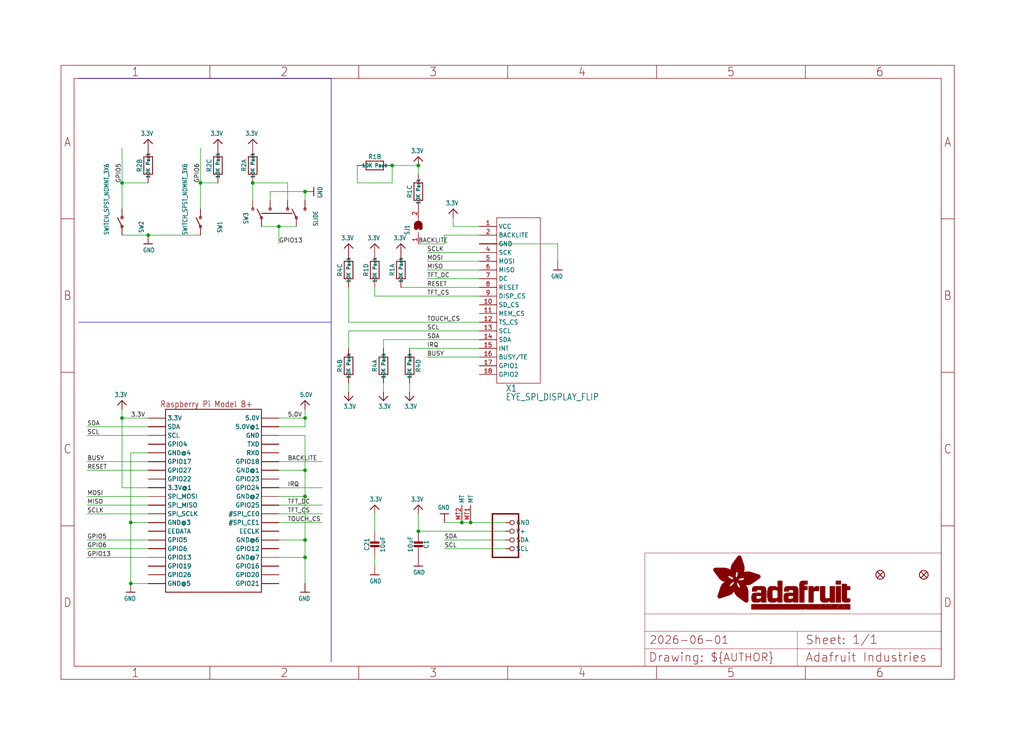
<source format=kicad_sch>
(kicad_sch (version 20230121) (generator eeschema)
  (paper "User" 298.45 217.322)
  (lib_symbols
    (symbol "working-eagle-import:3.3V" (power)
      (property "Value" "3.3V" (at -1.524 1.016 0))
      (symbol "3.3V_1_0"
        (pin power_in line (at 0 -2.54 90) (length 2.54) (name "3.3V") (number "1"))
      )
    )
    (symbol "working-eagle-import:5.0V" (power)
      (property "Value" "5.0V" (at -1.524 1.016 0))
      (symbol "5.0V_1_0"
        (pin power_in line (at 0 -2.54 90) (length 2.54) (name "5.0V") (number "1"))
      )
    )
    (symbol "working-eagle-import:CAP_CERAMIC0805-NOOUTLINE"
      (property "Reference" "C" (at -2.29 1.25 90))
      (symbol "CAP_CERAMIC0805-NOOUTLINE_1_0"
        (pin passive line (at 0 5.08 270) (length 2.54) (name "1") (number "1"))
        (pin passive line (at 0 -2.54 90) (length 2.54) (name "2") (number "2"))
      )
    )
    (symbol "working-eagle-import:EYE_SPI_DISPLAY_FLIP"
      (property "Reference" "X" (at 2.54 -27.94 0))
      (symbol "EYE_SPI_DISPLAY_FLIP_1_0"
        (pin power_in line (at -5.08 20.32 0) (length 5.08) (name "VCC") (number "1"))
        (pin input line (at -5.08 -2.54 0) (length 5.08) (name "SD_CS") (number "10"))
        (pin input line (at -5.08 -5.08 0) (length 5.08) (name "MEM_CS") (number "11"))
        (pin input line (at -5.08 -7.62 0) (length 5.08) (name "TS_CS") (number "12"))
        (pin input line (at -5.08 -10.16 0) (length 5.08) (name "SCL") (number "13"))
        (pin bidirectional line (at -5.08 -12.7 0) (length 5.08) (name "SDA") (number "14"))
        (pin output line (at -5.08 -15.24 0) (length 5.08) (name "INT") (number "15"))
        (pin output line (at -5.08 -17.78 0) (length 5.08) (name "BUSY/TE") (number "16"))
        (pin passive line (at -5.08 -20.32 0) (length 5.08) (name "GPIO1") (number "17"))
        (pin passive line (at -5.08 -22.86 0) (length 5.08) (name "GPIO2") (number "18"))
        (pin input line (at -5.08 17.78 0) (length 5.08) (name "BACKLITE") (number "2"))
        (pin power_in line (at -5.08 15.24 0) (length 5.08) (name "GND") (number "3"))
        (pin input line (at -5.08 12.7 0) (length 5.08) (name "SCK") (number "4"))
        (pin input line (at -5.08 10.16 0) (length 5.08) (name "MOSI") (number "5"))
        (pin output line (at -5.08 7.62 0) (length 5.08) (name "MISO") (number "6"))
        (pin input line (at -5.08 5.08 0) (length 5.08) (name "DC") (number "7"))
        (pin input line (at -5.08 2.54 0) (length 5.08) (name "RESET") (number "8"))
        (pin input line (at -5.08 0 0) (length 5.08) (name "DISP_CS") (number "9"))
        (pin power_in line (at -5.08 15.24 0) (length 5.08) (name "GND") (number "SUPPORT1"))
        (pin power_in line (at -5.08 15.24 0) (length 5.08) (name "GND") (number "SUPPORT2"))
      )
    )
    (symbol "working-eagle-import:FIDUCIAL_1MM")
    (symbol "working-eagle-import:FRAME_A4_ADAFRUIT"
      (symbol "FRAME_A4_ADAFRUIT_1_0"
        (text "${#}/${##}" (at 230.505 10.16 0) (effects (font (size 2.54 2.54)) (justify left bottom)))
        (text "${AUTHOR}" (at 189.23 5.08 0) (effects (font (size 2.286 2.286)) (justify left bottom)))
        (text "${CURRENT_DATE}" (at 171.45 10.16 0) (effects (font (size 2.286 2.286)) (justify left bottom)))
        (text "${PROJECTNAME}" (at 171.45 15.24 0) (effects (font (size 2.54 2.54)) (justify left bottom)))
        (text "1" (at 21.6958 1.905 0) (effects (font (size 2.54 2.286))))
        (text "1" (at 21.6958 177.165 0) (effects (font (size 2.54 2.286))))
        (text "2" (at 65.0875 1.905 0) (effects (font (size 2.54 2.286))))
        (text "2" (at 65.0875 177.165 0) (effects (font (size 2.54 2.286))))
        (text "3" (at 108.4792 1.905 0) (effects (font (size 2.54 2.286))))
        (text "3" (at 108.4792 177.165 0) (effects (font (size 2.54 2.286))))
        (text "4" (at 151.8708 1.905 0) (effects (font (size 2.54 2.286))))
        (text "4" (at 151.8708 177.165 0) (effects (font (size 2.54 2.286))))
        (text "5" (at 195.2625 1.905 0) (effects (font (size 2.54 2.286))))
        (text "5" (at 195.2625 177.165 0) (effects (font (size 2.54 2.286))))
        (text "6" (at 238.6542 1.905 0) (effects (font (size 2.54 2.286))))
        (text "6" (at 238.6542 177.165 0) (effects (font (size 2.54 2.286))))
        (text "A" (at 1.905 156.6863 0) (effects (font (size 2.54 2.286))))
        (text "A" (at 258.445 156.6863 0) (effects (font (size 2.54 2.286))))
        (text "Adafruit Industries" (at 216.916 4.953 0) (effects (font (size 2.54 2.54)) (justify left bottom)))
        (text "B" (at 1.905 111.9188 0) (effects (font (size 2.54 2.286))))
        (text "B" (at 258.445 111.9188 0) (effects (font (size 2.54 2.286))))
        (text "C" (at 1.905 67.1513 0) (effects (font (size 2.54 2.286))))
        (text "C" (at 258.445 67.1513 0) (effects (font (size 2.54 2.286))))
        (text "D" (at 1.905 22.3838 0) (effects (font (size 2.54 2.286))))
        (text "D" (at 258.445 22.3838 0) (effects (font (size 2.54 2.286))))
        (text "Drawing:" (at 171.196 4.953 0) (effects (font (size 2.54 2.54)) (justify left bottom)))
        (text "Sheet:" (at 216.916 10.033 0) (effects (font (size 2.54 2.54)) (justify left bottom)))
      )
    )
    (symbol "working-eagle-import:GND" (power)
      (property "Value" "GND" (at -1.524 -2.54 0))
      (symbol "GND_1_0"
        (pin power_in line (at 0 2.54 270) (length 2.54) (name "GND") (number "1"))
      )
    )
    (symbol "working-eagle-import:RASPBERRYPI_BPLUS_2X20_THMSMT"
      (symbol "RASPBERRYPI_BPLUS_2X20_THMSMT_1_0"
        (text "Raspberry Pi Model B+" (at 12.7 25.4 0) (effects (font (size 1.778 1.5113)) (justify right top)))
        (pin power_in line (at -17.78 20.32 0) (length 5.08) (name "3.3V") (number "1"))
        (pin bidirectional line (at 20.32 10.16 180) (length 5.08) (name "RXD") (number "10"))
        (pin bidirectional line (at -17.78 7.62 0) (length 5.08) (name "GPIO17") (number "11"))
        (pin bidirectional line (at 20.32 7.62 180) (length 5.08) (name "GPIO18") (number "12"))
        (pin bidirectional line (at -17.78 5.08 0) (length 5.08) (name "GPIO27") (number "13"))
        (pin power_in line (at 20.32 5.08 180) (length 5.08) (name "GND@1") (number "14"))
        (pin bidirectional line (at -17.78 2.54 0) (length 5.08) (name "GPIO22") (number "15"))
        (pin bidirectional line (at 20.32 2.54 180) (length 5.08) (name "GPIO23") (number "16"))
        (pin power_in line (at -17.78 0 0) (length 5.08) (name "3.3V@1") (number "17"))
        (pin bidirectional line (at 20.32 0 180) (length 5.08) (name "GPIO24") (number "18"))
        (pin bidirectional line (at -17.78 -2.54 0) (length 5.08) (name "SPI_MOSI") (number "19"))
        (pin power_in line (at 20.32 20.32 180) (length 5.08) (name "5.0V") (number "2"))
        (pin power_in line (at 20.32 -2.54 180) (length 5.08) (name "GND@2") (number "20"))
        (pin bidirectional line (at -17.78 -5.08 0) (length 5.08) (name "SPI_MISO") (number "21"))
        (pin bidirectional line (at 20.32 -5.08 180) (length 5.08) (name "GPIO25") (number "22"))
        (pin bidirectional line (at -17.78 -7.62 0) (length 5.08) (name "SPI_SCLK") (number "23"))
        (pin bidirectional line (at 20.32 -7.62 180) (length 5.08) (name "#SPI_CE0") (number "24"))
        (pin power_in line (at -17.78 -10.16 0) (length 5.08) (name "GND@3") (number "25"))
        (pin bidirectional line (at 20.32 -10.16 180) (length 5.08) (name "#SPI_CE1") (number "26"))
        (pin bidirectional line (at -17.78 -12.7 0) (length 5.08) (name "EEDATA") (number "27"))
        (pin bidirectional line (at 20.32 -12.7 180) (length 5.08) (name "EECLK") (number "28"))
        (pin bidirectional line (at -17.78 -15.24 0) (length 5.08) (name "GPIO5") (number "29"))
        (pin bidirectional line (at -17.78 17.78 0) (length 5.08) (name "SDA") (number "3"))
        (pin power_in line (at 20.32 -15.24 180) (length 5.08) (name "GND@6") (number "30"))
        (pin bidirectional line (at -17.78 -17.78 0) (length 5.08) (name "GPIO6") (number "31"))
        (pin bidirectional line (at 20.32 -17.78 180) (length 5.08) (name "GPIO12") (number "32"))
        (pin bidirectional line (at -17.78 -20.32 0) (length 5.08) (name "GPIO13") (number "33"))
        (pin power_in line (at 20.32 -20.32 180) (length 5.08) (name "GND@7") (number "34"))
        (pin bidirectional line (at -17.78 -22.86 0) (length 5.08) (name "GPIO19") (number "35"))
        (pin bidirectional line (at 20.32 -22.86 180) (length 5.08) (name "GPIO16") (number "36"))
        (pin bidirectional line (at -17.78 -25.4 0) (length 5.08) (name "GPIO26") (number "37"))
        (pin bidirectional line (at 20.32 -25.4 180) (length 5.08) (name "GPIO20") (number "38"))
        (pin power_in line (at -17.78 -27.94 0) (length 5.08) (name "GND@5") (number "39"))
        (pin power_in line (at 20.32 17.78 180) (length 5.08) (name "5.0V@1") (number "4"))
        (pin bidirectional line (at 20.32 -27.94 180) (length 5.08) (name "GPIO21") (number "40"))
        (pin bidirectional line (at -17.78 15.24 0) (length 5.08) (name "SCL") (number "5"))
        (pin power_in line (at 20.32 15.24 180) (length 5.08) (name "GND") (number "6"))
        (pin bidirectional line (at -17.78 12.7 0) (length 5.08) (name "GPIO4") (number "7"))
        (pin bidirectional line (at 20.32 12.7 180) (length 5.08) (name "TXD") (number "8"))
        (pin power_in line (at -17.78 10.16 0) (length 5.08) (name "GND@4") (number "9"))
        (pin power_in line (at -17.78 20.32 0) (length 5.08) (name "3.3V") (number "S1"))
        (pin bidirectional line (at 20.32 10.16 180) (length 5.08) (name "RXD") (number "S10"))
        (pin bidirectional line (at -17.78 7.62 0) (length 5.08) (name "GPIO17") (number "S11"))
        (pin bidirectional line (at 20.32 7.62 180) (length 5.08) (name "GPIO18") (number "S12"))
        (pin bidirectional line (at -17.78 5.08 0) (length 5.08) (name "GPIO27") (number "S13"))
        (pin power_in line (at 20.32 5.08 180) (length 5.08) (name "GND@1") (number "S14"))
        (pin bidirectional line (at -17.78 2.54 0) (length 5.08) (name "GPIO22") (number "S15"))
        (pin bidirectional line (at 20.32 2.54 180) (length 5.08) (name "GPIO23") (number "S16"))
        (pin power_in line (at -17.78 0 0) (length 5.08) (name "3.3V@1") (number "S17"))
        (pin bidirectional line (at 20.32 0 180) (length 5.08) (name "GPIO24") (number "S18"))
        (pin bidirectional line (at -17.78 -2.54 0) (length 5.08) (name "SPI_MOSI") (number "S19"))
        (pin power_in line (at 20.32 20.32 180) (length 5.08) (name "5.0V") (number "S2"))
        (pin power_in line (at 20.32 -2.54 180) (length 5.08) (name "GND@2") (number "S20"))
        (pin bidirectional line (at -17.78 -5.08 0) (length 5.08) (name "SPI_MISO") (number "S21"))
        (pin bidirectional line (at 20.32 -5.08 180) (length 5.08) (name "GPIO25") (number "S22"))
        (pin bidirectional line (at -17.78 -7.62 0) (length 5.08) (name "SPI_SCLK") (number "S23"))
        (pin bidirectional line (at 20.32 -7.62 180) (length 5.08) (name "#SPI_CE0") (number "S24"))
        (pin power_in line (at -17.78 -10.16 0) (length 5.08) (name "GND@3") (number "S25"))
        (pin bidirectional line (at 20.32 -10.16 180) (length 5.08) (name "#SPI_CE1") (number "S26"))
        (pin bidirectional line (at -17.78 -12.7 0) (length 5.08) (name "EEDATA") (number "S27"))
        (pin bidirectional line (at 20.32 -12.7 180) (length 5.08) (name "EECLK") (number "S28"))
        (pin bidirectional line (at -17.78 -15.24 0) (length 5.08) (name "GPIO5") (number "S29"))
        (pin bidirectional line (at -17.78 17.78 0) (length 5.08) (name "SDA") (number "S3"))
        (pin power_in line (at 20.32 -15.24 180) (length 5.08) (name "GND@6") (number "S30"))
        (pin bidirectional line (at -17.78 -17.78 0) (length 5.08) (name "GPIO6") (number "S31"))
        (pin bidirectional line (at 20.32 -17.78 180) (length 5.08) (name "GPIO12") (number "S32"))
        (pin bidirectional line (at -17.78 -20.32 0) (length 5.08) (name "GPIO13") (number "S33"))
        (pin power_in line (at 20.32 -20.32 180) (length 5.08) (name "GND@7") (number "S34"))
        (pin bidirectional line (at -17.78 -22.86 0) (length 5.08) (name "GPIO19") (number "S35"))
        (pin bidirectional line (at 20.32 -22.86 180) (length 5.08) (name "GPIO16") (number "S36"))
        (pin bidirectional line (at -17.78 -25.4 0) (length 5.08) (name "GPIO26") (number "S37"))
        (pin bidirectional line (at 20.32 -25.4 180) (length 5.08) (name "GPIO20") (number "S38"))
        (pin power_in line (at -17.78 -27.94 0) (length 5.08) (name "GND@5") (number "S39"))
        (pin power_in line (at 20.32 17.78 180) (length 5.08) (name "5.0V@1") (number "S4"))
        (pin bidirectional line (at 20.32 -27.94 180) (length 5.08) (name "GPIO21") (number "S40"))
        (pin bidirectional line (at -17.78 15.24 0) (length 5.08) (name "SCL") (number "S5"))
        (pin power_in line (at 20.32 15.24 180) (length 5.08) (name "GND") (number "S6"))
        (pin bidirectional line (at -17.78 12.7 0) (length 5.08) (name "GPIO4") (number "S7"))
        (pin bidirectional line (at 20.32 12.7 180) (length 5.08) (name "TXD") (number "S8"))
        (pin power_in line (at -17.78 10.16 0) (length 5.08) (name "GND@4") (number "S9"))
      )
    )
    (symbol "working-eagle-import:RESISTOR_4PACK"
      (property "Reference" "R" (at 0 2.54 0))
      (symbol "RESISTOR_4PACK_1_0"
        (pin passive line (at -5.08 0 0) (length 2.54) (name "1") (number "1"))
        (pin passive line (at 5.08 0 180) (length 2.54) (name "2") (number "8"))
      )
      (symbol "RESISTOR_4PACK_2_0"
        (pin passive line (at -5.08 0 0) (length 2.54) (name "1") (number "2"))
        (pin passive line (at 5.08 0 180) (length 2.54) (name "2") (number "7"))
      )
      (symbol "RESISTOR_4PACK_3_0"
        (pin passive line (at -5.08 0 0) (length 2.54) (name "1") (number "3"))
        (pin passive line (at 5.08 0 180) (length 2.54) (name "2") (number "6"))
      )
      (symbol "RESISTOR_4PACK_4_0"
        (pin passive line (at -5.08 0 0) (length 2.54) (name "1") (number "4"))
        (pin passive line (at 5.08 0 180) (length 2.54) (name "2") (number "5"))
      )
    )
    (symbol "working-eagle-import:SOLDERJUMPERCLOSED"
      (property "Reference" "SJ" (at -2.54 2.54 0))
      (symbol "SOLDERJUMPERCLOSED_1_0"
        (pin passive line (at -5.08 0 0) (length 2.54) (name "1") (number "1"))
        (pin passive line (at 5.08 0 180) (length 2.54) (name "2") (number "2"))
      )
    )
    (symbol "working-eagle-import:STEMMA_I2C_QT"
      (symbol "STEMMA_I2C_QT_1_0"
        (pin passive inverted (at 0 5.08 0) (length 2.54) (name "GND") (number "1"))
        (pin passive inverted (at 0 2.54 0) (length 2.54) (name "V+") (number "2"))
        (pin passive inverted (at 0 0 0) (length 2.54) (name "SDA") (number "3"))
        (pin passive inverted (at 0 -2.54 0) (length 2.54) (name "SCL") (number "4"))
      )
      (symbol "STEMMA_I2C_QT_2_0"
        (pin bidirectional line (at 0 0 0) (length 5.08) (name "MT") (number "MT1"))
      )
      (symbol "STEMMA_I2C_QT_3_0"
        (pin bidirectional line (at 0 0 0) (length 5.08) (name "MT") (number "MT2"))
      )
    )
    (symbol "working-eagle-import:SWITCH_DPDTEG1390"
      (property "Reference" "SW" (at -4.445 8.89 0))
      (symbol "SWITCH_DPDTEG1390_1_0"
        (pin passive line (at 2.54 7.62 180) (length 2.54) (name "O1") (number "O1"))
        (pin passive line (at 2.54 -2.54 180) (length 2.54) (name "O2") (number "O2"))
        (pin passive line (at -5.08 5.08 0) (length 2.54) (name "P1") (number "P1"))
        (pin passive line (at -5.08 -5.08 0) (length 2.54) (name "P2") (number "P2"))
        (pin passive line (at 2.54 2.54 180) (length 2.54) (name "S1") (number "S1"))
        (pin passive line (at 2.54 -7.62 180) (length 2.54) (name "S2") (number "S2"))
      )
    )
    (symbol "working-eagle-import:SWITCH_SPST_NOMNT_3X6"
      (property "Reference" "SW" (at -4.445 -6.35 0))
      (symbol "SWITCH_SPST_NOMNT_3X6_1_0"
        (pin passive line (at -5.08 0 0) (length 2.54) (name "P") (number "P$1"))
        (pin passive line (at 2.54 0 180) (length 2.54) (name "S") (number "P$2"))
      )
    )
  )
  (junction (at 73.66 53.34))
  (junction (at 88.9 55.88))
  (junction (at 88.9 144.78))
  (junction (at 121.92 48.26))
  (junction (at 121.92 154.94))
  (junction (at 38.1 170.18))
  (junction (at 88.9 157.48))
  (junction (at 43.18 68.58))
  (junction (at 88.9 121.92))
  (junction (at 35.56 53.34))
  (junction (at 114.3 48.26))
  (junction (at 81.28 66.04))
  (junction (at 134.62 152.4))
  (junction (at 88.9 162.56))
  (junction (at 58.42 53.34))
  (junction (at 38.1 152.4))
  (junction (at 88.9 137.16))
  (junction (at 35.56 121.92))
  (junction (at 137.16 152.4))
  (polyline (pts (xy 96.52 22.86) (xy 96.52 93.98)) (stroke (width 0.1524) (type solid)))
  (wire (pts (xy 43.18 121.92) (xy 35.56 121.92)) (stroke (width 0.1524)))
  (wire (pts (xy 132.08 66.04) (xy 132.08 63.5)) (stroke (width 0.1524)))
  (wire (pts (xy 35.56 60.96) (xy 35.56 53.34)) (stroke (width 0.1524)))
  (wire (pts (xy 139.7 104.14) (xy 124.46 104.14)) (stroke (width 0.1524)))
  (wire (pts (xy 43.18 68.58) (xy 58.42 68.58)) (stroke (width 0.1524)))
  (wire (pts (xy 119.38 114.3) (xy 119.38 111.76)) (stroke (width 0.1524)))
  (wire (pts (xy 101.6 96.52) (xy 101.6 101.6)) (stroke (width 0.1524)))
  (wire (pts (xy 81.28 157.48) (xy 88.9 157.48)) (stroke (width 0.1524)))
  (wire (pts (xy 114.3 48.26) (xy 121.92 48.26)) (stroke (width 0.1524)))
  (wire (pts (xy 81.28 66.04) (xy 81.28 71.12)) (stroke (width 0.1524)))
  (wire (pts (xy 83.82 53.34) (xy 83.82 58.42)) (stroke (width 0.1524)))
  (wire (pts (xy 139.7 93.98) (xy 101.6 93.98)) (stroke (width 0.1524)))
  (wire (pts (xy 73.66 58.42) (xy 73.66 53.34)) (stroke (width 0.1524)))
  (wire (pts (xy 58.42 53.34) (xy 58.42 60.96)) (stroke (width 0.1524)))
  (wire (pts (xy 88.9 157.48) (xy 88.9 162.56)) (stroke (width 0.1524)))
  (wire (pts (xy 139.7 71.12) (xy 162.56 71.12)) (stroke (width 0.1524)))
  (wire (pts (xy 35.56 53.34) (xy 43.18 53.34)) (stroke (width 0.1524)))
  (wire (pts (xy 35.56 121.92) (xy 35.56 119.38)) (stroke (width 0.1524)))
  (wire (pts (xy 88.9 144.78) (xy 88.9 157.48)) (stroke (width 0.1524)))
  (polyline (pts (xy 22.86 93.98) (xy 96.52 93.98)) (stroke (width 0.1524) (type solid)))
  (wire (pts (xy 139.7 68.58) (xy 129.54 68.58)) (stroke (width 0.1524)))
  (wire (pts (xy 38.1 170.18) (xy 38.1 152.4)) (stroke (width 0.1524)))
  (wire (pts (xy 43.18 124.46) (xy 25.4 124.46)) (stroke (width 0.1524)))
  (wire (pts (xy 124.46 76.2) (xy 139.7 76.2)) (stroke (width 0.1524)))
  (wire (pts (xy 81.28 162.56) (xy 88.9 162.56)) (stroke (width 0.1524)))
  (wire (pts (xy 43.18 134.62) (xy 25.4 134.62)) (stroke (width 0.1524)))
  (wire (pts (xy 139.7 66.04) (xy 132.08 66.04)) (stroke (width 0.1524)))
  (wire (pts (xy 139.7 96.52) (xy 101.6 96.52)) (stroke (width 0.1524)))
  (wire (pts (xy 38.1 152.4) (xy 43.18 152.4)) (stroke (width 0.1524)))
  (wire (pts (xy 111.76 114.3) (xy 111.76 111.76)) (stroke (width 0.1524)))
  (wire (pts (xy 139.7 101.6) (xy 119.38 101.6)) (stroke (width 0.1524)))
  (wire (pts (xy 81.28 149.86) (xy 93.98 149.86)) (stroke (width 0.1524)))
  (wire (pts (xy 88.9 162.56) (xy 88.9 170.18)) (stroke (width 0.1524)))
  (wire (pts (xy 104.14 48.26) (xy 104.14 53.34)) (stroke (width 0.1524)))
  (wire (pts (xy 121.92 154.94) (xy 121.92 149.86)) (stroke (width 0.1524)))
  (wire (pts (xy 162.56 71.12) (xy 162.56 76.2)) (stroke (width 0.1524)))
  (wire (pts (xy 81.28 137.16) (xy 88.9 137.16)) (stroke (width 0.1524)))
  (wire (pts (xy 129.54 68.58) (xy 129.54 71.12)) (stroke (width 0.1524)))
  (wire (pts (xy 73.66 53.34) (xy 83.82 53.34)) (stroke (width 0.1524)))
  (wire (pts (xy 137.16 152.4) (xy 134.62 152.4)) (stroke (width 0.1524)))
  (wire (pts (xy 43.18 142.24) (xy 35.56 142.24)) (stroke (width 0.1524)))
  (wire (pts (xy 81.28 121.92) (xy 88.9 121.92)) (stroke (width 0.1524)))
  (wire (pts (xy 43.18 157.48) (xy 25.4 157.48)) (stroke (width 0.1524)))
  (wire (pts (xy 139.7 83.82) (xy 116.84 83.82)) (stroke (width 0.1524)))
  (wire (pts (xy 147.32 154.94) (xy 121.92 154.94)) (stroke (width 0.1524)))
  (wire (pts (xy 121.92 48.26) (xy 121.92 50.8)) (stroke (width 0.1524)))
  (wire (pts (xy 88.9 55.88) (xy 88.9 58.42)) (stroke (width 0.1524)))
  (wire (pts (xy 81.28 124.46) (xy 88.9 124.46)) (stroke (width 0.1524)))
  (wire (pts (xy 147.32 160.02) (xy 129.54 160.02)) (stroke (width 0.1524)))
  (wire (pts (xy 111.76 99.06) (xy 111.76 101.6)) (stroke (width 0.1524)))
  (wire (pts (xy 111.76 99.06) (xy 139.7 99.06)) (stroke (width 0.1524)))
  (wire (pts (xy 81.28 127) (xy 88.9 127)) (stroke (width 0.1524)))
  (wire (pts (xy 147.32 152.4) (xy 137.16 152.4)) (stroke (width 0.1524)))
  (wire (pts (xy 88.9 121.92) (xy 88.9 124.46)) (stroke (width 0.1524)))
  (wire (pts (xy 35.56 53.34) (xy 35.56 43.18)) (stroke (width 0.1524)))
  (polyline (pts (xy 22.86 22.86) (xy 96.52 22.86)) (stroke (width 0.1524) (type solid)))
  (wire (pts (xy 101.6 114.3) (xy 101.6 111.76)) (stroke (width 0.1524)))
  (wire (pts (xy 93.98 152.4) (xy 81.28 152.4)) (stroke (width 0.1524)))
  (wire (pts (xy 58.42 43.18) (xy 58.42 53.34)) (stroke (width 0.1524)))
  (wire (pts (xy 147.32 157.48) (xy 129.54 157.48)) (stroke (width 0.1524)))
  (wire (pts (xy 25.4 137.16) (xy 43.18 137.16)) (stroke (width 0.1524)))
  (wire (pts (xy 43.18 149.86) (xy 25.4 149.86)) (stroke (width 0.1524)))
  (wire (pts (xy 139.7 86.36) (xy 109.22 86.36)) (stroke (width 0.1524)))
  (wire (pts (xy 104.14 53.34) (xy 114.3 53.34)) (stroke (width 0.1524)))
  (wire (pts (xy 88.9 119.38) (xy 88.9 121.92)) (stroke (width 0.1524)))
  (wire (pts (xy 81.28 142.24) (xy 93.98 142.24)) (stroke (width 0.1524)))
  (wire (pts (xy 35.56 68.58) (xy 43.18 68.58)) (stroke (width 0.1524)))
  (wire (pts (xy 81.28 147.32) (xy 93.98 147.32)) (stroke (width 0.1524)))
  (wire (pts (xy 109.22 162.56) (xy 109.22 165.1)) (stroke (width 0.1524)))
  (wire (pts (xy 43.18 132.08) (xy 38.1 132.08)) (stroke (width 0.1524)))
  (wire (pts (xy 114.3 53.34) (xy 114.3 48.26)) (stroke (width 0.1524)))
  (wire (pts (xy 58.42 53.34) (xy 63.5 53.34)) (stroke (width 0.1524)))
  (wire (pts (xy 109.22 86.36) (xy 109.22 83.82)) (stroke (width 0.1524)))
  (wire (pts (xy 139.7 73.66) (xy 124.46 73.66)) (stroke (width 0.1524)))
  (wire (pts (xy 81.28 144.78) (xy 88.9 144.78)) (stroke (width 0.1524)))
  (wire (pts (xy 109.22 149.86) (xy 109.22 154.94)) (stroke (width 0.1524)))
  (wire (pts (xy 124.46 81.28) (xy 139.7 81.28)) (stroke (width 0.1524)))
  (wire (pts (xy 43.18 162.56) (xy 25.4 162.56)) (stroke (width 0.1524)))
  (wire (pts (xy 78.74 55.88) (xy 88.9 55.88)) (stroke (width 0.1524)))
  (wire (pts (xy 35.56 142.24) (xy 35.56 121.92)) (stroke (width 0.1524)))
  (wire (pts (xy 43.18 170.18) (xy 38.1 170.18)) (stroke (width 0.1524)))
  (wire (pts (xy 81.28 66.04) (xy 86.36 66.04)) (stroke (width 0.1524)))
  (wire (pts (xy 81.28 134.62) (xy 93.98 134.62)) (stroke (width 0.1524)))
  (wire (pts (xy 139.7 78.74) (xy 124.46 78.74)) (stroke (width 0.1524)))
  (wire (pts (xy 43.18 144.78) (xy 25.4 144.78)) (stroke (width 0.1524)))
  (polyline (pts (xy 96.52 93.98) (xy 96.52 193.04)) (stroke (width 0.1524) (type solid)))
  (wire (pts (xy 88.9 127) (xy 88.9 137.16)) (stroke (width 0.1524)))
  (wire (pts (xy 38.1 132.08) (xy 38.1 152.4)) (stroke (width 0.1524)))
  (wire (pts (xy 78.74 58.42) (xy 78.74 55.88)) (stroke (width 0.1524)))
  (wire (pts (xy 134.62 152.4) (xy 129.54 152.4)) (stroke (width 0.1524)))
  (wire (pts (xy 25.4 127) (xy 43.18 127)) (stroke (width 0.1524)))
  (wire (pts (xy 88.9 137.16) (xy 88.9 144.78)) (stroke (width 0.1524)))
  (wire (pts (xy 129.54 71.12) (xy 121.92 71.12)) (stroke (width 0.1524)))
  (wire (pts (xy 101.6 93.98) (xy 101.6 83.82)) (stroke (width 0.1524)))
  (wire (pts (xy 25.4 147.32) (xy 43.18 147.32)) (stroke (width 0.1524)))
  (wire (pts (xy 76.2 66.04) (xy 81.28 66.04)) (stroke (width 0.1524)))
  (wire (pts (xy 25.4 160.02) (xy 43.18 160.02)) (stroke (width 0.1524)))
  (label "SDA" (at 25.4 124.46 0) (effects (font (size 1.2446 1.2446))))
  (label "MISO" (at 25.4 147.32 0) (effects (font (size 1.2446 1.2446))))
  (label "SCL" (at 25.4 127 0) (effects (font (size 1.2446 1.2446))))
  (label "GPIO13" (at 81.28 71.12 0) (effects (font (size 1.2446 1.2446))))
  (label "SDA" (at 129.54 157.48 0) (effects (font (size 1.2446 1.2446))))
  (label "IRQ" (at 83.82 142.24 0) (effects (font (size 1.2446 1.2446))))
  (label "GPIO6" (at 58.42 53.34 90) (effects (font (size 1.2446 1.2446))))
  (label "SCLK" (at 124.46 73.66 0) (effects (font (size 1.2446 1.2446))))
  (label "SDA" (at 124.46 99.06 0) (effects (font (size 1.2446 1.2446))))
  (label "GPIO6" (at 25.4 160.02 0) (effects (font (size 1.2446 1.2446))))
  (label "SCL" (at 129.54 160.02 0) (effects (font (size 1.2446 1.2446))))
  (label "GPIO13" (at 25.4 162.56 0) (effects (font (size 1.2446 1.2446))))
  (label "TOUCH_CS" (at 124.46 93.98 0) (effects (font (size 1.2446 1.2446))))
  (label "TFT_DC" (at 83.82 147.32 0) (effects (font (size 1.2446 1.2446))))
  (label "BUSY" (at 25.4 134.62 0) (effects (font (size 1.2446 1.2446))))
  (label "IRQ" (at 124.46 101.6 0) (effects (font (size 1.2446 1.2446))))
  (label "SCLK" (at 25.4 149.86 0) (effects (font (size 1.2446 1.2446))))
  (label "BUSY" (at 124.46 104.14 0) (effects (font (size 1.2446 1.2446))))
  (label "BACKLITE" (at 83.82 134.62 0) (effects (font (size 1.2446 1.2446))))
  (label "RESET" (at 25.4 137.16 0) (effects (font (size 1.2446 1.2446))))
  (label "TOUCH_CS" (at 83.82 152.4 0) (effects (font (size 1.2446 1.2446))))
  (label "TFT_CS" (at 124.46 86.36 0) (effects (font (size 1.2446 1.2446))))
  (label "5.0V" (at 83.82 121.92 0) (effects (font (size 1.2446 1.2446))))
  (label "BACKLITE" (at 121.92 71.12 0) (effects (font (size 1.2446 1.2446))))
  (label "TFT_CS" (at 83.82 149.86 0) (effects (font (size 1.2446 1.2446))))
  (label "SCL" (at 124.46 96.52 0) (effects (font (size 1.2446 1.2446))))
  (label "MISO" (at 124.46 78.74 0) (effects (font (size 1.2446 1.2446))))
  (label "3.3V" (at 38.1 121.92 0) (effects (font (size 1.2446 1.2446))))
  (label "MOSI" (at 25.4 144.78 0) (effects (font (size 1.2446 1.2446))))
  (label "MOSI" (at 124.46 76.2 0) (effects (font (size 1.2446 1.2446))))
  (label "TFT_DC" (at 124.46 81.28 0) (effects (font (size 1.2446 1.2446))))
  (label "GPIO5" (at 35.56 53.34 90) (effects (font (size 1.2446 1.2446))))
  (label "GPIO5" (at 25.4 157.48 0) (effects (font (size 1.2446 1.2446))))
  (label "RESET" (at 124.46 83.82 0) (effects (font (size 1.2446 1.2446))))
  (symbol (lib_id "working-eagle-import:EYE_SPI_DISPLAY_FLIP") (at 144.78 86.36 0) (unit 1)
    (property "Reference" "X1" (at 147.32 114.3 0) (effects (font (size 1.9304 1.6408)) (justify left bottom)))
    (property "Value" "EYE_SPI_DISPLAY_FLIP" (at 147.32 116.84 0) (effects (font (size 1.9304 1.6408)) (justify left bottom)))
    (property "Footprint" "working:EYE_SPI_DISPLAY_BOTCONTACT" (effects hide))
  )
  (symbol (lib_id "working-eagle-import:3.3V") (at 121.92 147.32 0) (mirror y) (unit 1)
    (property "Reference" "#U$26" (effects hide))
    (property "Value" "3.3V" (at 123.444 146.304 0) (effects (font (size 1.27 1.0795)) (justify left bottom)))
  )
  (symbol (lib_id "working-eagle-import:FRAME_A4_ADAFRUIT") (at 17.78 198.12 0) (unit 1)
    (property "Reference" "#U$11" (effects hide))
    (property "Value" "FRAME_A4_ADAFRUIT" (effects hide))
  )
  (symbol (lib_id "working-eagle-import:GND") (at 88.9 172.72 0) (mirror y) (unit 1)
    (property "Reference" "#U$3" (effects hide))
    (property "Value" "GND" (at 90.424 175.26 0) (effects (font (size 1.27 1.0795)) (justify left bottom)))
  )
  (symbol (lib_id "working-eagle-import:3.3V") (at 116.84 71.12 0) (mirror y) (unit 1)
    (property "Reference" "#U$2" (effects hide))
    (property "Value" "3.3V" (at 118.364 70.104 0) (effects (font (size 1.27 1.0795)) (justify left bottom)))
  )
  (symbol (lib_id "working-eagle-import:GND") (at 38.1 172.72 0) (mirror y) (unit 1)
    (property "Reference" "#U$5" (effects hide))
    (property "Value" "GND" (at 39.624 175.26 0) (effects (font (size 1.27 1.0795)) (justify left bottom)))
  )
  (symbol (lib_id "working-eagle-import:SWITCH_SPST_NOMNT_3X6") (at 35.56 63.5 90) (unit 1)
    (property "Reference" "SW2" (at 41.91 67.945 0) (effects (font (size 1.27 1.0795)) (justify left bottom)))
    (property "Value" "SWITCH_SPST_NOMNT_3X6" (at 31.75 68.58 0) (effects (font (size 1.27 1.0795)) (justify left bottom)))
    (property "Footprint" "working:TACTILE_3X6MM" (effects hide))
  )
  (symbol (lib_id "working-eagle-import:3.3V") (at 109.22 147.32 0) (unit 1)
    (property "Reference" "#U$20" (effects hide))
    (property "Value" "3.3V" (at 107.696 146.304 0) (effects (font (size 1.27 1.0795)) (justify left bottom)))
  )
  (symbol (lib_id "working-eagle-import:CAP_CERAMIC0805-NOOUTLINE") (at 121.92 157.48 180) (unit 1)
    (property "Reference" "C1" (at 124.21 158.73 90))
    (property "Value" "10uF" (at 119.62 158.73 90))
    (property "Footprint" "working:0805-NO" (effects hide))
  )
  (symbol (lib_id "working-eagle-import:RESISTOR_4PACK") (at 109.22 48.26 0) (unit 2)
    (property "Reference" "R1" (at 109.22 45.72 0))
    (property "Value" "10K Pack" (at 109.22 48.26 0) (effects (font (size 1.016 1.016) bold)))
    (property "Footprint" "working:RESPACK_4X0603" (effects hide))
  )
  (symbol (lib_id "working-eagle-import:3.3V") (at 132.08 60.96 0) (mirror y) (unit 1)
    (property "Reference" "#U$12" (effects hide))
    (property "Value" "3.3V" (at 133.604 59.944 0) (effects (font (size 1.27 1.0795)) (justify left bottom)))
  )
  (symbol (lib_id "working-eagle-import:SWITCH_DPDTEG1390") (at 81.28 60.96 90) (unit 1)
    (property "Reference" "SW3" (at 72.39 65.405 0) (effects (font (size 1.27 1.0795)) (justify left bottom)))
    (property "Value" "SLIDE" (at 92.71 66.04 0) (effects (font (size 1.27 1.0795)) (justify left bottom)))
    (property "Footprint" "working:EG1390" (effects hide))
  )
  (symbol (lib_id "working-eagle-import:3.3V") (at 101.6 116.84 0) (mirror x) (unit 1)
    (property "Reference" "#U$14" (effects hide))
    (property "Value" "3.3V" (at 100.076 117.856 0) (effects (font (size 1.27 1.0795)) (justify left bottom)))
  )
  (symbol (lib_id "working-eagle-import:RESISTOR_4PACK") (at 121.92 55.88 90) (unit 3)
    (property "Reference" "R1" (at 119.38 55.88 0))
    (property "Value" "10K Pack" (at 121.92 55.88 0) (effects (font (size 1.016 1.016) bold)))
    (property "Footprint" "working:RESPACK_4X0603" (effects hide))
  )
  (symbol (lib_id "working-eagle-import:RESISTOR_4PACK") (at 101.6 106.68 90) (unit 2)
    (property "Reference" "R4" (at 99.06 106.68 0))
    (property "Value" "10K Pack" (at 101.6 106.68 0) (effects (font (size 1.016 1.016) bold)))
    (property "Footprint" "working:RESPACK_4X0603" (effects hide))
  )
  (symbol (lib_id "working-eagle-import:3.3V") (at 35.56 116.84 0) (mirror y) (unit 1)
    (property "Reference" "#U$1" (effects hide))
    (property "Value" "3.3V" (at 37.084 115.824 0) (effects (font (size 1.27 1.0795)) (justify left bottom)))
  )
  (symbol (lib_id "working-eagle-import:RASPBERRYPI_BPLUS_2X20_THMSMT") (at 60.96 142.24 0) (unit 1)
    (property "Reference" "RPI2" (effects hide))
    (property "Value" "RASPBERRYPI_BPLUS_2X20_THMSMT" (effects hide))
    (property "Footprint" "working:RASPI_2X20_THMSMT" (effects hide))
  )
  (symbol (lib_id "working-eagle-import:GND") (at 109.22 167.64 0) (unit 1)
    (property "Reference" "#U$23" (effects hide))
    (property "Value" "GND" (at 107.696 170.18 0) (effects (font (size 1.27 1.0795)) (justify left bottom)))
  )
  (symbol (lib_id "working-eagle-import:RESISTOR_4PACK") (at 109.22 78.74 90) (unit 4)
    (property "Reference" "R1" (at 106.68 78.74 0))
    (property "Value" "10K Pack" (at 109.22 78.74 0) (effects (font (size 1.016 1.016) bold)))
    (property "Footprint" "working:RESPACK_4X0603" (effects hide))
  )
  (symbol (lib_id "working-eagle-import:5.0V") (at 88.9 116.84 0) (unit 1)
    (property "Reference" "#U$6" (effects hide))
    (property "Value" "5.0V" (at 87.376 115.824 0) (effects (font (size 1.27 1.0795)) (justify left bottom)))
  )
  (symbol (lib_id "working-eagle-import:3.3V") (at 101.6 71.12 0) (mirror y) (unit 1)
    (property "Reference" "#U$7" (effects hide))
    (property "Value" "3.3V" (at 103.124 70.104 0) (effects (font (size 1.27 1.0795)) (justify left bottom)))
  )
  (symbol (lib_id "working-eagle-import:RESISTOR_4PACK") (at 63.5 48.26 90) (unit 3)
    (property "Reference" "R2" (at 60.96 48.26 0))
    (property "Value" "10K Pack" (at 63.5 48.26 0) (effects (font (size 1.016 1.016) bold)))
    (property "Footprint" "working:RESPACK_4X0603" (effects hide))
  )
  (symbol (lib_id "working-eagle-import:3.3V") (at 119.38 116.84 0) (mirror x) (unit 1)
    (property "Reference" "#U$10" (effects hide))
    (property "Value" "3.3V" (at 117.856 117.856 0) (effects (font (size 1.27 1.0795)) (justify left bottom)))
  )
  (symbol (lib_id "working-eagle-import:GND") (at 162.56 78.74 0) (mirror y) (unit 1)
    (property "Reference" "#U$17" (effects hide))
    (property "Value" "GND" (at 164.084 81.28 0) (effects (font (size 1.27 1.0795)) (justify left bottom)))
  )
  (symbol (lib_id "working-eagle-import:RESISTOR_4PACK") (at 119.38 106.68 270) (unit 4)
    (property "Reference" "R4" (at 121.92 106.68 0))
    (property "Value" "10K Pack" (at 119.38 106.68 0) (effects (font (size 1.016 1.016) bold)))
    (property "Footprint" "working:RESPACK_4X0603" (effects hide))
  )
  (symbol (lib_id "working-eagle-import:SOLDERJUMPERCLOSED") (at 121.92 66.04 90) (unit 1)
    (property "Reference" "SJ1" (at 119.38 68.58 0) (effects (font (size 1.27 1.0795)) (justify left bottom)))
    (property "Value" "SOLDERJUMPERCLOSED" (effects hide))
    (property "Footprint" "working:SOLDERJUMPER_CLOSEDWIRE" (effects hide))
  )
  (symbol (lib_id "working-eagle-import:RESISTOR_4PACK") (at 111.76 106.68 90) (unit 1)
    (property "Reference" "R4" (at 109.22 106.68 0))
    (property "Value" "10K Pack" (at 111.76 106.68 0) (effects (font (size 1.016 1.016) bold)))
    (property "Footprint" "working:RESPACK_4X0603" (effects hide))
  )
  (symbol (lib_id "working-eagle-import:3.3V") (at 43.18 40.64 0) (mirror y) (unit 1)
    (property "Reference" "#U$21" (effects hide))
    (property "Value" "3.3V" (at 44.704 39.624 0) (effects (font (size 1.27 1.0795)) (justify left bottom)))
  )
  (symbol (lib_id "working-eagle-import:SWITCH_SPST_NOMNT_3X6") (at 58.42 63.5 90) (unit 1)
    (property "Reference" "SW1" (at 64.77 67.945 0) (effects (font (size 1.27 1.0795)) (justify left bottom)))
    (property "Value" "SWITCH_SPST_NOMNT_3X6" (at 54.61 68.58 0) (effects (font (size 1.27 1.0795)) (justify left bottom)))
    (property "Footprint" "working:TACTILE_3X6MM" (effects hide))
  )
  (symbol (lib_id "working-eagle-import:3.3V") (at 63.5 40.64 0) (mirror y) (unit 1)
    (property "Reference" "#U$22" (effects hide))
    (property "Value" "3.3V" (at 65.024 39.624 0) (effects (font (size 1.27 1.0795)) (justify left bottom)))
  )
  (symbol (lib_id "working-eagle-import:STEMMA_I2C_QT") (at 147.32 157.48 0) (unit 1)
    (property "Reference" "CONN2" (effects hide))
    (property "Value" "STEMMA_I2C_QT" (effects hide))
    (property "Footprint" "working:JST_SH4" (effects hide))
  )
  (symbol (lib_id "working-eagle-import:RESISTOR_4PACK") (at 73.66 48.26 90) (unit 1)
    (property "Reference" "R2" (at 71.12 48.26 0))
    (property "Value" "10K Pack" (at 73.66 48.26 0) (effects (font (size 1.016 1.016) bold)))
    (property "Footprint" "working:RESPACK_4X0603" (effects hide))
  )
  (symbol (lib_id "working-eagle-import:3.3V") (at 109.22 71.12 0) (mirror y) (unit 1)
    (property "Reference" "#U$4" (effects hide))
    (property "Value" "3.3V" (at 110.744 70.104 0) (effects (font (size 1.27 1.0795)) (justify left bottom)))
  )
  (symbol (lib_id "working-eagle-import:3.3V") (at 121.92 45.72 0) (mirror y) (unit 1)
    (property "Reference" "#U$15" (effects hide))
    (property "Value" "3.3V" (at 123.444 44.704 0) (effects (font (size 1.27 1.0795)) (justify left bottom)))
  )
  (symbol (lib_id "working-eagle-import:STEMMA_I2C_QT") (at 137.16 152.4 90) (unit 2)
    (property "Reference" "CONN2" (effects hide))
    (property "Value" "STEMMA_I2C_QT" (effects hide))
    (property "Footprint" "working:JST_SH4" (effects hide))
  )
  (symbol (lib_id "working-eagle-import:FIDUCIAL_1MM") (at 269.24 167.64 0) (unit 1)
    (property "Reference" "FID4" (effects hide))
    (property "Value" "FIDUCIAL_1MM" (effects hide))
    (property "Footprint" "working:FIDUCIAL_1MM" (effects hide))
  )
  (symbol (lib_id "working-eagle-import:3.3V") (at 111.76 116.84 0) (mirror x) (unit 1)
    (property "Reference" "#U$13" (effects hide))
    (property "Value" "3.3V" (at 110.236 117.856 0) (effects (font (size 1.27 1.0795)) (justify left bottom)))
  )
  (symbol (lib_id "working-eagle-import:GND") (at 43.18 71.12 0) (unit 1)
    (property "Reference" "#U$19" (effects hide))
    (property "Value" "GND" (at 41.656 73.66 0) (effects (font (size 1.27 1.0795)) (justify left bottom)))
  )
  (symbol (lib_id "working-eagle-import:STEMMA_I2C_QT") (at 134.62 152.4 90) (unit 3)
    (property "Reference" "CONN2" (effects hide))
    (property "Value" "STEMMA_I2C_QT" (effects hide))
    (property "Footprint" "working:JST_SH4" (effects hide))
  )
  (symbol (lib_id "working-eagle-import:RESISTOR_4PACK") (at 43.18 48.26 90) (unit 2)
    (property "Reference" "R2" (at 40.64 48.26 0))
    (property "Value" "10K Pack" (at 43.18 48.26 0) (effects (font (size 1.016 1.016) bold)))
    (property "Footprint" "working:RESPACK_4X0603" (effects hide))
  )
  (symbol (lib_id "working-eagle-import:GND") (at 129.54 149.86 180) (unit 1)
    (property "Reference" "#U$27" (effects hide))
    (property "Value" "GND" (at 131.064 147.32 0) (effects (font (size 1.27 1.0795)) (justify left bottom)))
  )
  (symbol (lib_id "working-eagle-import:GND") (at 91.44 55.88 90) (mirror x) (unit 1)
    (property "Reference" "#U$16" (effects hide))
    (property "Value" "GND" (at 93.98 54.356 0) (effects (font (size 1.27 1.0795)) (justify left bottom)))
  )
  (symbol (lib_id "working-eagle-import:GND") (at 121.92 165.1 0) (unit 1)
    (property "Reference" "#U$8" (effects hide))
    (property "Value" "GND" (at 120.396 167.64 0) (effects (font (size 1.27 1.0795)) (justify left bottom)))
  )
  (symbol (lib_id "working-eagle-import:CAP_CERAMIC0805-NOOUTLINE") (at 109.22 160.02 0) (unit 1)
    (property "Reference" "C21" (at 106.93 158.77 90))
    (property "Value" "10uF" (at 111.52 158.77 90))
    (property "Footprint" "working:0805-NO" (effects hide))
  )
  (symbol (lib_id "working-eagle-import:3.3V") (at 73.66 40.64 0) (mirror y) (unit 1)
    (property "Reference" "#U$18" (effects hide))
    (property "Value" "3.3V" (at 75.184 39.624 0) (effects (font (size 1.27 1.0795)) (justify left bottom)))
  )
  (symbol (lib_id "working-eagle-import:FIDUCIAL_1MM") (at 256.54 167.64 0) (unit 1)
    (property "Reference" "FID1" (effects hide))
    (property "Value" "FIDUCIAL_1MM" (effects hide))
    (property "Footprint" "working:FIDUCIAL_1MM" (effects hide))
  )
  (symbol (lib_id "working-eagle-import:RESISTOR_4PACK") (at 101.6 78.74 90) (unit 3)
    (property "Reference" "R4" (at 99.06 78.74 0))
    (property "Value" "10K Pack" (at 101.6 78.74 0) (effects (font (size 1.016 1.016) bold)))
    (property "Footprint" "working:RESPACK_4X0603" (effects hide))
  )
  (symbol (lib_id "working-eagle-import:RESISTOR_4PACK") (at 116.84 78.74 90) (unit 1)
    (property "Reference" "R1" (at 114.3 78.74 0))
    (property "Value" "10K Pack" (at 116.84 78.74 0) (effects (font (size 1.016 1.016) bold)))
    (property "Footprint" "working:RESPACK_4X0603" (effects hide))
  )
)
</source>
